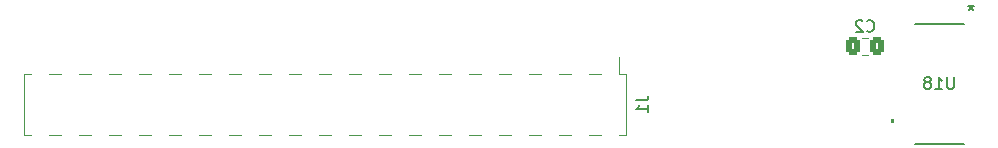
<source format=gbo>
G04 #@! TF.GenerationSoftware,KiCad,Pcbnew,9.0.1*
G04 #@! TF.CreationDate,2025-08-16T12:46:55+08:00*
G04 #@! TF.ProjectId,final version,66696e61-6c20-4766-9572-73696f6e2e6b,rev?*
G04 #@! TF.SameCoordinates,Original*
G04 #@! TF.FileFunction,Legend,Bot*
G04 #@! TF.FilePolarity,Positive*
%FSLAX46Y46*%
G04 Gerber Fmt 4.6, Leading zero omitted, Abs format (unit mm)*
G04 Created by KiCad (PCBNEW 9.0.1) date 2025-08-16 12:46:55*
%MOMM*%
%LPD*%
G01*
G04 APERTURE LIST*
G04 Aperture macros list*
%AMRoundRect*
0 Rectangle with rounded corners*
0 $1 Rounding radius*
0 $2 $3 $4 $5 $6 $7 $8 $9 X,Y pos of 4 corners*
0 Add a 4 corners polygon primitive as box body*
4,1,4,$2,$3,$4,$5,$6,$7,$8,$9,$2,$3,0*
0 Add four circle primitives for the rounded corners*
1,1,$1+$1,$2,$3*
1,1,$1+$1,$4,$5*
1,1,$1+$1,$6,$7*
1,1,$1+$1,$8,$9*
0 Add four rect primitives between the rounded corners*
20,1,$1+$1,$2,$3,$4,$5,0*
20,1,$1+$1,$4,$5,$6,$7,0*
20,1,$1+$1,$6,$7,$8,$9,0*
20,1,$1+$1,$8,$9,$2,$3,0*%
G04 Aperture macros list end*
%ADD10C,0.150000*%
%ADD11C,0.120000*%
%ADD12C,0.152400*%
%ADD13C,0.000000*%
%ADD14R,1.700000X1.700000*%
%ADD15C,1.700000*%
%ADD16RoundRect,0.102000X-0.900000X-0.900000X0.900000X-0.900000X0.900000X0.900000X-0.900000X0.900000X0*%
%ADD17C,2.004000*%
%ADD18O,3.204000X6.204000*%
%ADD19RoundRect,0.250000X0.337500X0.475000X-0.337500X0.475000X-0.337500X-0.475000X0.337500X-0.475000X0*%
%ADD20R,2.286000X0.558800*%
%ADD21R,1.000000X3.000000*%
G04 APERTURE END LIST*
D10*
X142866666Y-110529580D02*
X142914285Y-110577200D01*
X142914285Y-110577200D02*
X143057142Y-110624819D01*
X143057142Y-110624819D02*
X143152380Y-110624819D01*
X143152380Y-110624819D02*
X143295237Y-110577200D01*
X143295237Y-110577200D02*
X143390475Y-110481961D01*
X143390475Y-110481961D02*
X143438094Y-110386723D01*
X143438094Y-110386723D02*
X143485713Y-110196247D01*
X143485713Y-110196247D02*
X143485713Y-110053390D01*
X143485713Y-110053390D02*
X143438094Y-109862914D01*
X143438094Y-109862914D02*
X143390475Y-109767676D01*
X143390475Y-109767676D02*
X143295237Y-109672438D01*
X143295237Y-109672438D02*
X143152380Y-109624819D01*
X143152380Y-109624819D02*
X143057142Y-109624819D01*
X143057142Y-109624819D02*
X142914285Y-109672438D01*
X142914285Y-109672438D02*
X142866666Y-109720057D01*
X142485713Y-109720057D02*
X142438094Y-109672438D01*
X142438094Y-109672438D02*
X142342856Y-109624819D01*
X142342856Y-109624819D02*
X142104761Y-109624819D01*
X142104761Y-109624819D02*
X142009523Y-109672438D01*
X142009523Y-109672438D02*
X141961904Y-109720057D01*
X141961904Y-109720057D02*
X141914285Y-109815295D01*
X141914285Y-109815295D02*
X141914285Y-109910533D01*
X141914285Y-109910533D02*
X141961904Y-110053390D01*
X141961904Y-110053390D02*
X142533332Y-110624819D01*
X142533332Y-110624819D02*
X141914285Y-110624819D01*
X150238094Y-114454819D02*
X150238094Y-115264342D01*
X150238094Y-115264342D02*
X150190475Y-115359580D01*
X150190475Y-115359580D02*
X150142856Y-115407200D01*
X150142856Y-115407200D02*
X150047618Y-115454819D01*
X150047618Y-115454819D02*
X149857142Y-115454819D01*
X149857142Y-115454819D02*
X149761904Y-115407200D01*
X149761904Y-115407200D02*
X149714285Y-115359580D01*
X149714285Y-115359580D02*
X149666666Y-115264342D01*
X149666666Y-115264342D02*
X149666666Y-114454819D01*
X148666666Y-115454819D02*
X149238094Y-115454819D01*
X148952380Y-115454819D02*
X148952380Y-114454819D01*
X148952380Y-114454819D02*
X149047618Y-114597676D01*
X149047618Y-114597676D02*
X149142856Y-114692914D01*
X149142856Y-114692914D02*
X149238094Y-114740533D01*
X148095237Y-114883390D02*
X148190475Y-114835771D01*
X148190475Y-114835771D02*
X148238094Y-114788152D01*
X148238094Y-114788152D02*
X148285713Y-114692914D01*
X148285713Y-114692914D02*
X148285713Y-114645295D01*
X148285713Y-114645295D02*
X148238094Y-114550057D01*
X148238094Y-114550057D02*
X148190475Y-114502438D01*
X148190475Y-114502438D02*
X148095237Y-114454819D01*
X148095237Y-114454819D02*
X147904761Y-114454819D01*
X147904761Y-114454819D02*
X147809523Y-114502438D01*
X147809523Y-114502438D02*
X147761904Y-114550057D01*
X147761904Y-114550057D02*
X147714285Y-114645295D01*
X147714285Y-114645295D02*
X147714285Y-114692914D01*
X147714285Y-114692914D02*
X147761904Y-114788152D01*
X147761904Y-114788152D02*
X147809523Y-114835771D01*
X147809523Y-114835771D02*
X147904761Y-114883390D01*
X147904761Y-114883390D02*
X148095237Y-114883390D01*
X148095237Y-114883390D02*
X148190475Y-114931009D01*
X148190475Y-114931009D02*
X148238094Y-114978628D01*
X148238094Y-114978628D02*
X148285713Y-115073866D01*
X148285713Y-115073866D02*
X148285713Y-115264342D01*
X148285713Y-115264342D02*
X148238094Y-115359580D01*
X148238094Y-115359580D02*
X148190475Y-115407200D01*
X148190475Y-115407200D02*
X148095237Y-115454819D01*
X148095237Y-115454819D02*
X147904761Y-115454819D01*
X147904761Y-115454819D02*
X147809523Y-115407200D01*
X147809523Y-115407200D02*
X147761904Y-115359580D01*
X147761904Y-115359580D02*
X147714285Y-115264342D01*
X147714285Y-115264342D02*
X147714285Y-115073866D01*
X147714285Y-115073866D02*
X147761904Y-114978628D01*
X147761904Y-114978628D02*
X147809523Y-114931009D01*
X147809523Y-114931009D02*
X147904761Y-114883390D01*
X151666999Y-108308019D02*
X151666999Y-108546114D01*
X151905094Y-108450876D02*
X151666999Y-108546114D01*
X151666999Y-108546114D02*
X151428904Y-108450876D01*
X151809856Y-108736590D02*
X151666999Y-108546114D01*
X151666999Y-108546114D02*
X151524142Y-108736590D01*
X151666999Y-108308019D02*
X151666999Y-108546114D01*
X151905094Y-108450876D02*
X151666999Y-108546114D01*
X151666999Y-108546114D02*
X151428904Y-108450876D01*
X151809856Y-108736590D02*
X151666999Y-108546114D01*
X151666999Y-108546114D02*
X151524142Y-108736590D01*
X123354819Y-116416666D02*
X124069104Y-116416666D01*
X124069104Y-116416666D02*
X124211961Y-116369047D01*
X124211961Y-116369047D02*
X124307200Y-116273809D01*
X124307200Y-116273809D02*
X124354819Y-116130952D01*
X124354819Y-116130952D02*
X124354819Y-116035714D01*
X124354819Y-117416666D02*
X124354819Y-116845238D01*
X124354819Y-117130952D02*
X123354819Y-117130952D01*
X123354819Y-117130952D02*
X123497676Y-117035714D01*
X123497676Y-117035714D02*
X123592914Y-116940476D01*
X123592914Y-116940476D02*
X123640533Y-116845238D01*
D11*
X142961252Y-111115000D02*
X142438748Y-111115000D01*
X142961252Y-112585000D02*
X142438748Y-112585000D01*
D12*
X146917200Y-109920000D02*
X151082800Y-109920000D01*
X151082800Y-120080000D02*
X146917200Y-120080000D01*
D13*
G36*
X145190000Y-118365500D02*
G01*
X144936000Y-118365500D01*
X144936000Y-117984500D01*
X145190000Y-117984500D01*
X145190000Y-118365500D01*
G37*
D11*
X71540000Y-119350000D02*
X71540000Y-114150000D01*
X72110000Y-114150000D02*
X71540000Y-114150000D01*
X72110000Y-119350000D02*
X71540000Y-119350000D01*
X74650000Y-114150000D02*
X73630000Y-114150000D01*
X74650000Y-119350000D02*
X73630000Y-119350000D01*
X77190000Y-114150000D02*
X76170000Y-114150000D01*
X77190000Y-119350000D02*
X76170000Y-119350000D01*
X79730000Y-114150000D02*
X78710000Y-114150000D01*
X79730000Y-119350000D02*
X78710000Y-119350000D01*
X82270000Y-114150000D02*
X81250000Y-114150000D01*
X82270000Y-119350000D02*
X81250000Y-119350000D01*
X84810000Y-114150000D02*
X83790000Y-114150000D01*
X84810000Y-119350000D02*
X83790000Y-119350000D01*
X87350000Y-114150000D02*
X86330000Y-114150000D01*
X87350000Y-119350000D02*
X86330000Y-119350000D01*
X89890000Y-114150000D02*
X88870000Y-114150000D01*
X89890000Y-119350000D02*
X88870000Y-119350000D01*
X92430000Y-114150000D02*
X91410000Y-114150000D01*
X92430000Y-119350000D02*
X91410000Y-119350000D01*
X94970000Y-114150000D02*
X93950000Y-114150000D01*
X94970000Y-119350000D02*
X93950000Y-119350000D01*
X97510000Y-114150000D02*
X96490000Y-114150000D01*
X97510000Y-119350000D02*
X96490000Y-119350000D01*
X100050000Y-114150000D02*
X99030000Y-114150000D01*
X100050000Y-119350000D02*
X99030000Y-119350000D01*
X102590000Y-114150000D02*
X101570000Y-114150000D01*
X102590000Y-119350000D02*
X101570000Y-119350000D01*
X105130000Y-114150000D02*
X104110000Y-114150000D01*
X105130000Y-119350000D02*
X104110000Y-119350000D01*
X107670000Y-114150000D02*
X106650000Y-114150000D01*
X107670000Y-119350000D02*
X106650000Y-119350000D01*
X110210000Y-114150000D02*
X109190000Y-114150000D01*
X110210000Y-119350000D02*
X109190000Y-119350000D01*
X112750000Y-114150000D02*
X111730000Y-114150000D01*
X112750000Y-119350000D02*
X111730000Y-119350000D01*
X115290000Y-114150000D02*
X114270000Y-114150000D01*
X115290000Y-119350000D02*
X114270000Y-119350000D01*
X117830000Y-114150000D02*
X116810000Y-114150000D01*
X117830000Y-119350000D02*
X116810000Y-119350000D01*
X120370000Y-114150000D02*
X119350000Y-114150000D01*
X120370000Y-119350000D02*
X119350000Y-119350000D01*
X121890000Y-114150000D02*
X121890000Y-112790000D01*
X122460000Y-114150000D02*
X121890000Y-114150000D01*
X122460000Y-119350000D02*
X121890000Y-119350000D01*
X122460000Y-119350000D02*
X122460000Y-114150000D01*
%LPC*%
D14*
X48500000Y-225700000D03*
D15*
X48500000Y-223160000D03*
X48500000Y-220620000D03*
X48500000Y-218080000D03*
D14*
X240000000Y-218000000D03*
D15*
X240000000Y-220540000D03*
X240000000Y-223080000D03*
X240000000Y-225620000D03*
X229380000Y-68130000D03*
X229380000Y-75130000D03*
D16*
X127500000Y-80000000D03*
D17*
X132500000Y-80000000D03*
X127500000Y-94500000D03*
X132500000Y-94500000D03*
X130000000Y-94500000D03*
D18*
X124400000Y-87000000D03*
X135600000Y-87000000D03*
D14*
X74050000Y-78110000D03*
D15*
X74050000Y-80650000D03*
X74050000Y-83190000D03*
X74050000Y-85730000D03*
X74050000Y-88270000D03*
X74050000Y-90810000D03*
X74050000Y-93350000D03*
X74050000Y-95890000D03*
D19*
X143737500Y-111850000D03*
X141662500Y-111850000D03*
D20*
X151413000Y-110555000D03*
X151413000Y-111825000D03*
X151413000Y-113095000D03*
X151413000Y-114365000D03*
X151413000Y-115635000D03*
X151413000Y-116905000D03*
X151413000Y-118175000D03*
X151413000Y-119445000D03*
X146587000Y-119445000D03*
X146587000Y-118175000D03*
X146587000Y-116905000D03*
X146587000Y-115635000D03*
X146587000Y-114365000D03*
X146587000Y-113095000D03*
X146587000Y-111825000D03*
X146587000Y-110555000D03*
D21*
X121130000Y-114230000D03*
X121130000Y-119270000D03*
X118590000Y-114230000D03*
X118590000Y-119270000D03*
X116050000Y-114230000D03*
X116050000Y-119270000D03*
X113510000Y-114230000D03*
X113510000Y-119270000D03*
X110970000Y-114230000D03*
X110970000Y-119270000D03*
X108430000Y-114230000D03*
X108430000Y-119270000D03*
X105890000Y-114230000D03*
X105890000Y-119270000D03*
X103350000Y-114230000D03*
X103350000Y-119270000D03*
X100810000Y-114230000D03*
X100810000Y-119270000D03*
X98270000Y-114230000D03*
X98270000Y-119270000D03*
X95730000Y-114230000D03*
X95730000Y-119270000D03*
X93190000Y-114230000D03*
X93190000Y-119270000D03*
X90650000Y-114230000D03*
X90650000Y-119270000D03*
X88110000Y-114230000D03*
X88110000Y-119270000D03*
X85570000Y-114230000D03*
X85570000Y-119270000D03*
X83030000Y-114230000D03*
X83030000Y-119270000D03*
X80490000Y-114230000D03*
X80490000Y-119270000D03*
X77950000Y-114230000D03*
X77950000Y-119270000D03*
X75410000Y-114230000D03*
X75410000Y-119270000D03*
X72870000Y-114230000D03*
X72870000Y-119270000D03*
%LPD*%
M02*

</source>
